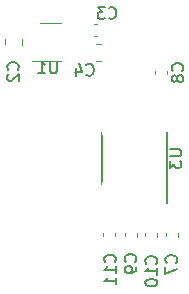
<source format=gbo>
G04 #@! TF.GenerationSoftware,KiCad,Pcbnew,(5.1.2)-1*
G04 #@! TF.CreationDate,2019-11-04T01:50:09+09:00*
G04 #@! TF.ProjectId,IR,49522e6b-6963-4616-945f-706362585858,v1.1*
G04 #@! TF.SameCoordinates,Original*
G04 #@! TF.FileFunction,Legend,Bot*
G04 #@! TF.FilePolarity,Positive*
%FSLAX46Y46*%
G04 Gerber Fmt 4.6, Leading zero omitted, Abs format (unit mm)*
G04 Created by KiCad (PCBNEW (5.1.2)-1) date 2019-11-04 01:50:09*
%MOMM*%
%LPD*%
G04 APERTURE LIST*
%ADD10C,0.120000*%
%ADD11C,0.150000*%
%ADD12C,3.600000*%
%ADD13O,2.200000X1.924000*%
%ADD14C,0.050000*%
%ADD15C,1.375000*%
%ADD16C,1.275000*%
%ADD17R,1.460000X1.050000*%
%ADD18C,1.400000*%
%ADD19R,0.850000X1.900000*%
%ADD20R,2.000000X2.000000*%
%ADD21C,2.000000*%
%ADD22C,4.400000*%
G04 APERTURE END LIST*
D10*
X181990000Y-101958578D02*
X181990000Y-101441422D01*
X183410000Y-101958578D02*
X183410000Y-101441422D01*
X189537221Y-100190000D02*
X189862779Y-100190000D01*
X189537221Y-101210000D02*
X189862779Y-101210000D01*
X189641422Y-103310000D02*
X190158578Y-103310000D01*
X189641422Y-101890000D02*
X190158578Y-101890000D01*
X184900000Y-100090000D02*
X186700000Y-100090000D01*
X186700000Y-103310000D02*
X184250000Y-103310000D01*
X195590000Y-117875221D02*
X195590000Y-118200779D01*
X196610000Y-117875221D02*
X196610000Y-118200779D01*
X195710000Y-104462779D02*
X195710000Y-104137221D01*
X194690000Y-104462779D02*
X194690000Y-104137221D01*
X193110000Y-117849221D02*
X193110000Y-118174779D01*
X192090000Y-117849221D02*
X192090000Y-118174779D01*
X194860000Y-118200779D02*
X194860000Y-117875221D01*
X193840000Y-118200779D02*
X193840000Y-117875221D01*
X190290000Y-118162779D02*
X190290000Y-117837221D01*
X191310000Y-118162779D02*
X191310000Y-117837221D01*
D11*
X190175000Y-113750000D02*
X190175000Y-109350000D01*
X195700000Y-115325000D02*
X195700000Y-109350000D01*
X183057142Y-104033333D02*
X183104761Y-103985714D01*
X183152380Y-103842857D01*
X183152380Y-103747619D01*
X183104761Y-103604761D01*
X183009523Y-103509523D01*
X182914285Y-103461904D01*
X182723809Y-103414285D01*
X182580952Y-103414285D01*
X182390476Y-103461904D01*
X182295238Y-103509523D01*
X182200000Y-103604761D01*
X182152380Y-103747619D01*
X182152380Y-103842857D01*
X182200000Y-103985714D01*
X182247619Y-104033333D01*
X182247619Y-104414285D02*
X182200000Y-104461904D01*
X182152380Y-104557142D01*
X182152380Y-104795238D01*
X182200000Y-104890476D01*
X182247619Y-104938095D01*
X182342857Y-104985714D01*
X182438095Y-104985714D01*
X182580952Y-104938095D01*
X183152380Y-104366666D01*
X183152380Y-104985714D01*
X190766666Y-99657142D02*
X190814285Y-99704761D01*
X190957142Y-99752380D01*
X191052380Y-99752380D01*
X191195238Y-99704761D01*
X191290476Y-99609523D01*
X191338095Y-99514285D01*
X191385714Y-99323809D01*
X191385714Y-99180952D01*
X191338095Y-98990476D01*
X191290476Y-98895238D01*
X191195238Y-98800000D01*
X191052380Y-98752380D01*
X190957142Y-98752380D01*
X190814285Y-98800000D01*
X190766666Y-98847619D01*
X190433333Y-98752380D02*
X189814285Y-98752380D01*
X190147619Y-99133333D01*
X190004761Y-99133333D01*
X189909523Y-99180952D01*
X189861904Y-99228571D01*
X189814285Y-99323809D01*
X189814285Y-99561904D01*
X189861904Y-99657142D01*
X189909523Y-99704761D01*
X190004761Y-99752380D01*
X190290476Y-99752380D01*
X190385714Y-99704761D01*
X190433333Y-99657142D01*
X188866666Y-104457142D02*
X188914285Y-104504761D01*
X189057142Y-104552380D01*
X189152380Y-104552380D01*
X189295238Y-104504761D01*
X189390476Y-104409523D01*
X189438095Y-104314285D01*
X189485714Y-104123809D01*
X189485714Y-103980952D01*
X189438095Y-103790476D01*
X189390476Y-103695238D01*
X189295238Y-103600000D01*
X189152380Y-103552380D01*
X189057142Y-103552380D01*
X188914285Y-103600000D01*
X188866666Y-103647619D01*
X188009523Y-103885714D02*
X188009523Y-104552380D01*
X188247619Y-103504761D02*
X188485714Y-104219047D01*
X187866666Y-104219047D01*
X186361904Y-103352380D02*
X186361904Y-104161904D01*
X186314285Y-104257142D01*
X186266666Y-104304761D01*
X186171428Y-104352380D01*
X185980952Y-104352380D01*
X185885714Y-104304761D01*
X185838095Y-104257142D01*
X185790476Y-104161904D01*
X185790476Y-103352380D01*
X184790476Y-104352380D02*
X185361904Y-104352380D01*
X185076190Y-104352380D02*
X185076190Y-103352380D01*
X185171428Y-103495238D01*
X185266666Y-103590476D01*
X185361904Y-103638095D01*
X196457142Y-120371333D02*
X196504761Y-120323714D01*
X196552380Y-120180857D01*
X196552380Y-120085619D01*
X196504761Y-119942761D01*
X196409523Y-119847523D01*
X196314285Y-119799904D01*
X196123809Y-119752285D01*
X195980952Y-119752285D01*
X195790476Y-119799904D01*
X195695238Y-119847523D01*
X195600000Y-119942761D01*
X195552380Y-120085619D01*
X195552380Y-120180857D01*
X195600000Y-120323714D01*
X195647619Y-120371333D01*
X195552380Y-120704666D02*
X195552380Y-121371333D01*
X196552380Y-120942761D01*
X196987142Y-104133333D02*
X197034761Y-104085714D01*
X197082380Y-103942857D01*
X197082380Y-103847619D01*
X197034761Y-103704761D01*
X196939523Y-103609523D01*
X196844285Y-103561904D01*
X196653809Y-103514285D01*
X196510952Y-103514285D01*
X196320476Y-103561904D01*
X196225238Y-103609523D01*
X196130000Y-103704761D01*
X196082380Y-103847619D01*
X196082380Y-103942857D01*
X196130000Y-104085714D01*
X196177619Y-104133333D01*
X196510952Y-104704761D02*
X196463333Y-104609523D01*
X196415714Y-104561904D01*
X196320476Y-104514285D01*
X196272857Y-104514285D01*
X196177619Y-104561904D01*
X196130000Y-104609523D01*
X196082380Y-104704761D01*
X196082380Y-104895238D01*
X196130000Y-104990476D01*
X196177619Y-105038095D01*
X196272857Y-105085714D01*
X196320476Y-105085714D01*
X196415714Y-105038095D01*
X196463333Y-104990476D01*
X196510952Y-104895238D01*
X196510952Y-104704761D01*
X196558571Y-104609523D01*
X196606190Y-104561904D01*
X196701428Y-104514285D01*
X196891904Y-104514285D01*
X196987142Y-104561904D01*
X197034761Y-104609523D01*
X197082380Y-104704761D01*
X197082380Y-104895238D01*
X197034761Y-104990476D01*
X196987142Y-105038095D01*
X196891904Y-105085714D01*
X196701428Y-105085714D01*
X196606190Y-105038095D01*
X196558571Y-104990476D01*
X196510952Y-104895238D01*
X193007142Y-120295333D02*
X193054761Y-120247714D01*
X193102380Y-120104857D01*
X193102380Y-120009619D01*
X193054761Y-119866761D01*
X192959523Y-119771523D01*
X192864285Y-119723904D01*
X192673809Y-119676285D01*
X192530952Y-119676285D01*
X192340476Y-119723904D01*
X192245238Y-119771523D01*
X192150000Y-119866761D01*
X192102380Y-120009619D01*
X192102380Y-120104857D01*
X192150000Y-120247714D01*
X192197619Y-120295333D01*
X193102380Y-120771523D02*
X193102380Y-120962000D01*
X193054761Y-121057238D01*
X193007142Y-121104857D01*
X192864285Y-121200095D01*
X192673809Y-121247714D01*
X192292857Y-121247714D01*
X192197619Y-121200095D01*
X192150000Y-121152476D01*
X192102380Y-121057238D01*
X192102380Y-120866761D01*
X192150000Y-120771523D01*
X192197619Y-120723904D01*
X192292857Y-120676285D01*
X192530952Y-120676285D01*
X192626190Y-120723904D01*
X192673809Y-120771523D01*
X192721428Y-120866761D01*
X192721428Y-121057238D01*
X192673809Y-121152476D01*
X192626190Y-121200095D01*
X192530952Y-121247714D01*
X194757142Y-120457642D02*
X194804761Y-120410023D01*
X194852380Y-120267166D01*
X194852380Y-120171928D01*
X194804761Y-120029071D01*
X194709523Y-119933833D01*
X194614285Y-119886214D01*
X194423809Y-119838595D01*
X194280952Y-119838595D01*
X194090476Y-119886214D01*
X193995238Y-119933833D01*
X193900000Y-120029071D01*
X193852380Y-120171928D01*
X193852380Y-120267166D01*
X193900000Y-120410023D01*
X193947619Y-120457642D01*
X194852380Y-121410023D02*
X194852380Y-120838595D01*
X194852380Y-121124309D02*
X193852380Y-121124309D01*
X193995238Y-121029071D01*
X194090476Y-120933833D01*
X194138095Y-120838595D01*
X193852380Y-122029071D02*
X193852380Y-122124309D01*
X193900000Y-122219547D01*
X193947619Y-122267166D01*
X194042857Y-122314785D01*
X194233333Y-122362404D01*
X194471428Y-122362404D01*
X194661904Y-122314785D01*
X194757142Y-122267166D01*
X194804761Y-122219547D01*
X194852380Y-122124309D01*
X194852380Y-122029071D01*
X194804761Y-121933833D01*
X194757142Y-121886214D01*
X194661904Y-121838595D01*
X194471428Y-121790976D01*
X194233333Y-121790976D01*
X194042857Y-121838595D01*
X193947619Y-121886214D01*
X193900000Y-121933833D01*
X193852380Y-122029071D01*
X191257142Y-120307142D02*
X191304761Y-120259523D01*
X191352380Y-120116666D01*
X191352380Y-120021428D01*
X191304761Y-119878571D01*
X191209523Y-119783333D01*
X191114285Y-119735714D01*
X190923809Y-119688095D01*
X190780952Y-119688095D01*
X190590476Y-119735714D01*
X190495238Y-119783333D01*
X190400000Y-119878571D01*
X190352380Y-120021428D01*
X190352380Y-120116666D01*
X190400000Y-120259523D01*
X190447619Y-120307142D01*
X191352380Y-121259523D02*
X191352380Y-120688095D01*
X191352380Y-120973809D02*
X190352380Y-120973809D01*
X190495238Y-120878571D01*
X190590476Y-120783333D01*
X190638095Y-120688095D01*
X191352380Y-122211904D02*
X191352380Y-121640476D01*
X191352380Y-121926190D02*
X190352380Y-121926190D01*
X190495238Y-121830952D01*
X190590476Y-121735714D01*
X190638095Y-121640476D01*
X195902380Y-110788095D02*
X196711904Y-110788095D01*
X196807142Y-110835714D01*
X196854761Y-110883333D01*
X196902380Y-110978571D01*
X196902380Y-111169047D01*
X196854761Y-111264285D01*
X196807142Y-111311904D01*
X196711904Y-111359523D01*
X195902380Y-111359523D01*
X195902380Y-111740476D02*
X195902380Y-112359523D01*
X196283333Y-112026190D01*
X196283333Y-112169047D01*
X196330952Y-112264285D01*
X196378571Y-112311904D01*
X196473809Y-112359523D01*
X196711904Y-112359523D01*
X196807142Y-112311904D01*
X196854761Y-112264285D01*
X196902380Y-112169047D01*
X196902380Y-111883333D01*
X196854761Y-111788095D01*
X196807142Y-111740476D01*
%LPC*%
D12*
X179900000Y-124000000D03*
X179900000Y-96700000D03*
D13*
X185200000Y-114000000D03*
X185200000Y-112000000D03*
X185200000Y-110000000D03*
X185200000Y-108000000D03*
D14*
G36*
X183289943Y-100076655D02*
G01*
X183323312Y-100081605D01*
X183356035Y-100089802D01*
X183387797Y-100101166D01*
X183418293Y-100115590D01*
X183447227Y-100132932D01*
X183474323Y-100153028D01*
X183499318Y-100175682D01*
X183521972Y-100200677D01*
X183542068Y-100227773D01*
X183559410Y-100256707D01*
X183573834Y-100287203D01*
X183585198Y-100318965D01*
X183593395Y-100351688D01*
X183598345Y-100385057D01*
X183600000Y-100418750D01*
X183600000Y-101106250D01*
X183598345Y-101139943D01*
X183593395Y-101173312D01*
X183585198Y-101206035D01*
X183573834Y-101237797D01*
X183559410Y-101268293D01*
X183542068Y-101297227D01*
X183521972Y-101324323D01*
X183499318Y-101349318D01*
X183474323Y-101371972D01*
X183447227Y-101392068D01*
X183418293Y-101409410D01*
X183387797Y-101423834D01*
X183356035Y-101435198D01*
X183323312Y-101443395D01*
X183289943Y-101448345D01*
X183256250Y-101450000D01*
X182143750Y-101450000D01*
X182110057Y-101448345D01*
X182076688Y-101443395D01*
X182043965Y-101435198D01*
X182012203Y-101423834D01*
X181981707Y-101409410D01*
X181952773Y-101392068D01*
X181925677Y-101371972D01*
X181900682Y-101349318D01*
X181878028Y-101324323D01*
X181857932Y-101297227D01*
X181840590Y-101268293D01*
X181826166Y-101237797D01*
X181814802Y-101206035D01*
X181806605Y-101173312D01*
X181801655Y-101139943D01*
X181800000Y-101106250D01*
X181800000Y-100418750D01*
X181801655Y-100385057D01*
X181806605Y-100351688D01*
X181814802Y-100318965D01*
X181826166Y-100287203D01*
X181840590Y-100256707D01*
X181857932Y-100227773D01*
X181878028Y-100200677D01*
X181900682Y-100175682D01*
X181925677Y-100153028D01*
X181952773Y-100132932D01*
X181981707Y-100115590D01*
X182012203Y-100101166D01*
X182043965Y-100089802D01*
X182076688Y-100081605D01*
X182110057Y-100076655D01*
X182143750Y-100075000D01*
X183256250Y-100075000D01*
X183289943Y-100076655D01*
X183289943Y-100076655D01*
G37*
D15*
X182700000Y-100762500D03*
D14*
G36*
X183289943Y-101951655D02*
G01*
X183323312Y-101956605D01*
X183356035Y-101964802D01*
X183387797Y-101976166D01*
X183418293Y-101990590D01*
X183447227Y-102007932D01*
X183474323Y-102028028D01*
X183499318Y-102050682D01*
X183521972Y-102075677D01*
X183542068Y-102102773D01*
X183559410Y-102131707D01*
X183573834Y-102162203D01*
X183585198Y-102193965D01*
X183593395Y-102226688D01*
X183598345Y-102260057D01*
X183600000Y-102293750D01*
X183600000Y-102981250D01*
X183598345Y-103014943D01*
X183593395Y-103048312D01*
X183585198Y-103081035D01*
X183573834Y-103112797D01*
X183559410Y-103143293D01*
X183542068Y-103172227D01*
X183521972Y-103199323D01*
X183499318Y-103224318D01*
X183474323Y-103246972D01*
X183447227Y-103267068D01*
X183418293Y-103284410D01*
X183387797Y-103298834D01*
X183356035Y-103310198D01*
X183323312Y-103318395D01*
X183289943Y-103323345D01*
X183256250Y-103325000D01*
X182143750Y-103325000D01*
X182110057Y-103323345D01*
X182076688Y-103318395D01*
X182043965Y-103310198D01*
X182012203Y-103298834D01*
X181981707Y-103284410D01*
X181952773Y-103267068D01*
X181925677Y-103246972D01*
X181900682Y-103224318D01*
X181878028Y-103199323D01*
X181857932Y-103172227D01*
X181840590Y-103143293D01*
X181826166Y-103112797D01*
X181814802Y-103081035D01*
X181806605Y-103048312D01*
X181801655Y-103014943D01*
X181800000Y-102981250D01*
X181800000Y-102293750D01*
X181801655Y-102260057D01*
X181806605Y-102226688D01*
X181814802Y-102193965D01*
X181826166Y-102162203D01*
X181840590Y-102131707D01*
X181857932Y-102102773D01*
X181878028Y-102075677D01*
X181900682Y-102050682D01*
X181925677Y-102028028D01*
X181952773Y-102007932D01*
X181981707Y-101990590D01*
X182012203Y-101976166D01*
X182043965Y-101964802D01*
X182076688Y-101956605D01*
X182110057Y-101951655D01*
X182143750Y-101950000D01*
X183256250Y-101950000D01*
X183289943Y-101951655D01*
X183289943Y-101951655D01*
G37*
D15*
X182700000Y-102637500D03*
D14*
G36*
X190837493Y-100026535D02*
G01*
X190868435Y-100031125D01*
X190898778Y-100038725D01*
X190928230Y-100049263D01*
X190956508Y-100062638D01*
X190983338Y-100078719D01*
X191008463Y-100097353D01*
X191031640Y-100118360D01*
X191052647Y-100141537D01*
X191071281Y-100166662D01*
X191087362Y-100193492D01*
X191100737Y-100221770D01*
X191111275Y-100251222D01*
X191118875Y-100281565D01*
X191123465Y-100312507D01*
X191125000Y-100343750D01*
X191125000Y-101056250D01*
X191123465Y-101087493D01*
X191118875Y-101118435D01*
X191111275Y-101148778D01*
X191100737Y-101178230D01*
X191087362Y-101206508D01*
X191071281Y-101233338D01*
X191052647Y-101258463D01*
X191031640Y-101281640D01*
X191008463Y-101302647D01*
X190983338Y-101321281D01*
X190956508Y-101337362D01*
X190928230Y-101350737D01*
X190898778Y-101361275D01*
X190868435Y-101368875D01*
X190837493Y-101373465D01*
X190806250Y-101375000D01*
X190168750Y-101375000D01*
X190137507Y-101373465D01*
X190106565Y-101368875D01*
X190076222Y-101361275D01*
X190046770Y-101350737D01*
X190018492Y-101337362D01*
X189991662Y-101321281D01*
X189966537Y-101302647D01*
X189943360Y-101281640D01*
X189922353Y-101258463D01*
X189903719Y-101233338D01*
X189887638Y-101206508D01*
X189874263Y-101178230D01*
X189863725Y-101148778D01*
X189856125Y-101118435D01*
X189851535Y-101087493D01*
X189850000Y-101056250D01*
X189850000Y-100343750D01*
X189851535Y-100312507D01*
X189856125Y-100281565D01*
X189863725Y-100251222D01*
X189874263Y-100221770D01*
X189887638Y-100193492D01*
X189903719Y-100166662D01*
X189922353Y-100141537D01*
X189943360Y-100118360D01*
X189966537Y-100097353D01*
X189991662Y-100078719D01*
X190018492Y-100062638D01*
X190046770Y-100049263D01*
X190076222Y-100038725D01*
X190106565Y-100031125D01*
X190137507Y-100026535D01*
X190168750Y-100025000D01*
X190806250Y-100025000D01*
X190837493Y-100026535D01*
X190837493Y-100026535D01*
G37*
D16*
X190487500Y-100700000D03*
D14*
G36*
X189262493Y-100026535D02*
G01*
X189293435Y-100031125D01*
X189323778Y-100038725D01*
X189353230Y-100049263D01*
X189381508Y-100062638D01*
X189408338Y-100078719D01*
X189433463Y-100097353D01*
X189456640Y-100118360D01*
X189477647Y-100141537D01*
X189496281Y-100166662D01*
X189512362Y-100193492D01*
X189525737Y-100221770D01*
X189536275Y-100251222D01*
X189543875Y-100281565D01*
X189548465Y-100312507D01*
X189550000Y-100343750D01*
X189550000Y-101056250D01*
X189548465Y-101087493D01*
X189543875Y-101118435D01*
X189536275Y-101148778D01*
X189525737Y-101178230D01*
X189512362Y-101206508D01*
X189496281Y-101233338D01*
X189477647Y-101258463D01*
X189456640Y-101281640D01*
X189433463Y-101302647D01*
X189408338Y-101321281D01*
X189381508Y-101337362D01*
X189353230Y-101350737D01*
X189323778Y-101361275D01*
X189293435Y-101368875D01*
X189262493Y-101373465D01*
X189231250Y-101375000D01*
X188593750Y-101375000D01*
X188562507Y-101373465D01*
X188531565Y-101368875D01*
X188501222Y-101361275D01*
X188471770Y-101350737D01*
X188443492Y-101337362D01*
X188416662Y-101321281D01*
X188391537Y-101302647D01*
X188368360Y-101281640D01*
X188347353Y-101258463D01*
X188328719Y-101233338D01*
X188312638Y-101206508D01*
X188299263Y-101178230D01*
X188288725Y-101148778D01*
X188281125Y-101118435D01*
X188276535Y-101087493D01*
X188275000Y-101056250D01*
X188275000Y-100343750D01*
X188276535Y-100312507D01*
X188281125Y-100281565D01*
X188288725Y-100251222D01*
X188299263Y-100221770D01*
X188312638Y-100193492D01*
X188328719Y-100166662D01*
X188347353Y-100141537D01*
X188368360Y-100118360D01*
X188391537Y-100097353D01*
X188416662Y-100078719D01*
X188443492Y-100062638D01*
X188471770Y-100049263D01*
X188501222Y-100038725D01*
X188531565Y-100031125D01*
X188562507Y-100026535D01*
X188593750Y-100025000D01*
X189231250Y-100025000D01*
X189262493Y-100026535D01*
X189262493Y-100026535D01*
G37*
D16*
X188912500Y-100700000D03*
D14*
G36*
X189339943Y-101701655D02*
G01*
X189373312Y-101706605D01*
X189406035Y-101714802D01*
X189437797Y-101726166D01*
X189468293Y-101740590D01*
X189497227Y-101757932D01*
X189524323Y-101778028D01*
X189549318Y-101800682D01*
X189571972Y-101825677D01*
X189592068Y-101852773D01*
X189609410Y-101881707D01*
X189623834Y-101912203D01*
X189635198Y-101943965D01*
X189643395Y-101976688D01*
X189648345Y-102010057D01*
X189650000Y-102043750D01*
X189650000Y-103156250D01*
X189648345Y-103189943D01*
X189643395Y-103223312D01*
X189635198Y-103256035D01*
X189623834Y-103287797D01*
X189609410Y-103318293D01*
X189592068Y-103347227D01*
X189571972Y-103374323D01*
X189549318Y-103399318D01*
X189524323Y-103421972D01*
X189497227Y-103442068D01*
X189468293Y-103459410D01*
X189437797Y-103473834D01*
X189406035Y-103485198D01*
X189373312Y-103493395D01*
X189339943Y-103498345D01*
X189306250Y-103500000D01*
X188618750Y-103500000D01*
X188585057Y-103498345D01*
X188551688Y-103493395D01*
X188518965Y-103485198D01*
X188487203Y-103473834D01*
X188456707Y-103459410D01*
X188427773Y-103442068D01*
X188400677Y-103421972D01*
X188375682Y-103399318D01*
X188353028Y-103374323D01*
X188332932Y-103347227D01*
X188315590Y-103318293D01*
X188301166Y-103287797D01*
X188289802Y-103256035D01*
X188281605Y-103223312D01*
X188276655Y-103189943D01*
X188275000Y-103156250D01*
X188275000Y-102043750D01*
X188276655Y-102010057D01*
X188281605Y-101976688D01*
X188289802Y-101943965D01*
X188301166Y-101912203D01*
X188315590Y-101881707D01*
X188332932Y-101852773D01*
X188353028Y-101825677D01*
X188375682Y-101800682D01*
X188400677Y-101778028D01*
X188427773Y-101757932D01*
X188456707Y-101740590D01*
X188487203Y-101726166D01*
X188518965Y-101714802D01*
X188551688Y-101706605D01*
X188585057Y-101701655D01*
X188618750Y-101700000D01*
X189306250Y-101700000D01*
X189339943Y-101701655D01*
X189339943Y-101701655D01*
G37*
D15*
X188962500Y-102600000D03*
D14*
G36*
X191214943Y-101701655D02*
G01*
X191248312Y-101706605D01*
X191281035Y-101714802D01*
X191312797Y-101726166D01*
X191343293Y-101740590D01*
X191372227Y-101757932D01*
X191399323Y-101778028D01*
X191424318Y-101800682D01*
X191446972Y-101825677D01*
X191467068Y-101852773D01*
X191484410Y-101881707D01*
X191498834Y-101912203D01*
X191510198Y-101943965D01*
X191518395Y-101976688D01*
X191523345Y-102010057D01*
X191525000Y-102043750D01*
X191525000Y-103156250D01*
X191523345Y-103189943D01*
X191518395Y-103223312D01*
X191510198Y-103256035D01*
X191498834Y-103287797D01*
X191484410Y-103318293D01*
X191467068Y-103347227D01*
X191446972Y-103374323D01*
X191424318Y-103399318D01*
X191399323Y-103421972D01*
X191372227Y-103442068D01*
X191343293Y-103459410D01*
X191312797Y-103473834D01*
X191281035Y-103485198D01*
X191248312Y-103493395D01*
X191214943Y-103498345D01*
X191181250Y-103500000D01*
X190493750Y-103500000D01*
X190460057Y-103498345D01*
X190426688Y-103493395D01*
X190393965Y-103485198D01*
X190362203Y-103473834D01*
X190331707Y-103459410D01*
X190302773Y-103442068D01*
X190275677Y-103421972D01*
X190250682Y-103399318D01*
X190228028Y-103374323D01*
X190207932Y-103347227D01*
X190190590Y-103318293D01*
X190176166Y-103287797D01*
X190164802Y-103256035D01*
X190156605Y-103223312D01*
X190151655Y-103189943D01*
X190150000Y-103156250D01*
X190150000Y-102043750D01*
X190151655Y-102010057D01*
X190156605Y-101976688D01*
X190164802Y-101943965D01*
X190176166Y-101912203D01*
X190190590Y-101881707D01*
X190207932Y-101852773D01*
X190228028Y-101825677D01*
X190250682Y-101800682D01*
X190275677Y-101778028D01*
X190302773Y-101757932D01*
X190331707Y-101740590D01*
X190362203Y-101726166D01*
X190393965Y-101714802D01*
X190426688Y-101706605D01*
X190460057Y-101701655D01*
X190493750Y-101700000D01*
X191181250Y-101700000D01*
X191214943Y-101701655D01*
X191214943Y-101701655D01*
G37*
D15*
X190837500Y-102600000D03*
D17*
X184700000Y-102650000D03*
X184700000Y-101700000D03*
X184700000Y-100750000D03*
X186900000Y-100750000D03*
X186900000Y-102650000D03*
D18*
X196700000Y-125200000D03*
D14*
G36*
X196487493Y-116614535D02*
G01*
X196518435Y-116619125D01*
X196548778Y-116626725D01*
X196578230Y-116637263D01*
X196606508Y-116650638D01*
X196633338Y-116666719D01*
X196658463Y-116685353D01*
X196681640Y-116706360D01*
X196702647Y-116729537D01*
X196721281Y-116754662D01*
X196737362Y-116781492D01*
X196750737Y-116809770D01*
X196761275Y-116839222D01*
X196768875Y-116869565D01*
X196773465Y-116900507D01*
X196775000Y-116931750D01*
X196775000Y-117569250D01*
X196773465Y-117600493D01*
X196768875Y-117631435D01*
X196761275Y-117661778D01*
X196750737Y-117691230D01*
X196737362Y-117719508D01*
X196721281Y-117746338D01*
X196702647Y-117771463D01*
X196681640Y-117794640D01*
X196658463Y-117815647D01*
X196633338Y-117834281D01*
X196606508Y-117850362D01*
X196578230Y-117863737D01*
X196548778Y-117874275D01*
X196518435Y-117881875D01*
X196487493Y-117886465D01*
X196456250Y-117888000D01*
X195743750Y-117888000D01*
X195712507Y-117886465D01*
X195681565Y-117881875D01*
X195651222Y-117874275D01*
X195621770Y-117863737D01*
X195593492Y-117850362D01*
X195566662Y-117834281D01*
X195541537Y-117815647D01*
X195518360Y-117794640D01*
X195497353Y-117771463D01*
X195478719Y-117746338D01*
X195462638Y-117719508D01*
X195449263Y-117691230D01*
X195438725Y-117661778D01*
X195431125Y-117631435D01*
X195426535Y-117600493D01*
X195425000Y-117569250D01*
X195425000Y-116931750D01*
X195426535Y-116900507D01*
X195431125Y-116869565D01*
X195438725Y-116839222D01*
X195449263Y-116809770D01*
X195462638Y-116781492D01*
X195478719Y-116754662D01*
X195497353Y-116729537D01*
X195518360Y-116706360D01*
X195541537Y-116685353D01*
X195566662Y-116666719D01*
X195593492Y-116650638D01*
X195621770Y-116637263D01*
X195651222Y-116626725D01*
X195681565Y-116619125D01*
X195712507Y-116614535D01*
X195743750Y-116613000D01*
X196456250Y-116613000D01*
X196487493Y-116614535D01*
X196487493Y-116614535D01*
G37*
D16*
X196100000Y-117250500D03*
D14*
G36*
X196487493Y-118189535D02*
G01*
X196518435Y-118194125D01*
X196548778Y-118201725D01*
X196578230Y-118212263D01*
X196606508Y-118225638D01*
X196633338Y-118241719D01*
X196658463Y-118260353D01*
X196681640Y-118281360D01*
X196702647Y-118304537D01*
X196721281Y-118329662D01*
X196737362Y-118356492D01*
X196750737Y-118384770D01*
X196761275Y-118414222D01*
X196768875Y-118444565D01*
X196773465Y-118475507D01*
X196775000Y-118506750D01*
X196775000Y-119144250D01*
X196773465Y-119175493D01*
X196768875Y-119206435D01*
X196761275Y-119236778D01*
X196750737Y-119266230D01*
X196737362Y-119294508D01*
X196721281Y-119321338D01*
X196702647Y-119346463D01*
X196681640Y-119369640D01*
X196658463Y-119390647D01*
X196633338Y-119409281D01*
X196606508Y-119425362D01*
X196578230Y-119438737D01*
X196548778Y-119449275D01*
X196518435Y-119456875D01*
X196487493Y-119461465D01*
X196456250Y-119463000D01*
X195743750Y-119463000D01*
X195712507Y-119461465D01*
X195681565Y-119456875D01*
X195651222Y-119449275D01*
X195621770Y-119438737D01*
X195593492Y-119425362D01*
X195566662Y-119409281D01*
X195541537Y-119390647D01*
X195518360Y-119369640D01*
X195497353Y-119346463D01*
X195478719Y-119321338D01*
X195462638Y-119294508D01*
X195449263Y-119266230D01*
X195438725Y-119236778D01*
X195431125Y-119206435D01*
X195426535Y-119175493D01*
X195425000Y-119144250D01*
X195425000Y-118506750D01*
X195426535Y-118475507D01*
X195431125Y-118444565D01*
X195438725Y-118414222D01*
X195449263Y-118384770D01*
X195462638Y-118356492D01*
X195478719Y-118329662D01*
X195497353Y-118304537D01*
X195518360Y-118281360D01*
X195541537Y-118260353D01*
X195566662Y-118241719D01*
X195593492Y-118225638D01*
X195621770Y-118212263D01*
X195651222Y-118201725D01*
X195681565Y-118194125D01*
X195712507Y-118189535D01*
X195743750Y-118188000D01*
X196456250Y-118188000D01*
X196487493Y-118189535D01*
X196487493Y-118189535D01*
G37*
D16*
X196100000Y-118825500D03*
D14*
G36*
X195587493Y-104451535D02*
G01*
X195618435Y-104456125D01*
X195648778Y-104463725D01*
X195678230Y-104474263D01*
X195706508Y-104487638D01*
X195733338Y-104503719D01*
X195758463Y-104522353D01*
X195781640Y-104543360D01*
X195802647Y-104566537D01*
X195821281Y-104591662D01*
X195837362Y-104618492D01*
X195850737Y-104646770D01*
X195861275Y-104676222D01*
X195868875Y-104706565D01*
X195873465Y-104737507D01*
X195875000Y-104768750D01*
X195875000Y-105406250D01*
X195873465Y-105437493D01*
X195868875Y-105468435D01*
X195861275Y-105498778D01*
X195850737Y-105528230D01*
X195837362Y-105556508D01*
X195821281Y-105583338D01*
X195802647Y-105608463D01*
X195781640Y-105631640D01*
X195758463Y-105652647D01*
X195733338Y-105671281D01*
X195706508Y-105687362D01*
X195678230Y-105700737D01*
X195648778Y-105711275D01*
X195618435Y-105718875D01*
X195587493Y-105723465D01*
X195556250Y-105725000D01*
X194843750Y-105725000D01*
X194812507Y-105723465D01*
X194781565Y-105718875D01*
X194751222Y-105711275D01*
X194721770Y-105700737D01*
X194693492Y-105687362D01*
X194666662Y-105671281D01*
X194641537Y-105652647D01*
X194618360Y-105631640D01*
X194597353Y-105608463D01*
X194578719Y-105583338D01*
X194562638Y-105556508D01*
X194549263Y-105528230D01*
X194538725Y-105498778D01*
X194531125Y-105468435D01*
X194526535Y-105437493D01*
X194525000Y-105406250D01*
X194525000Y-104768750D01*
X194526535Y-104737507D01*
X194531125Y-104706565D01*
X194538725Y-104676222D01*
X194549263Y-104646770D01*
X194562638Y-104618492D01*
X194578719Y-104591662D01*
X194597353Y-104566537D01*
X194618360Y-104543360D01*
X194641537Y-104522353D01*
X194666662Y-104503719D01*
X194693492Y-104487638D01*
X194721770Y-104474263D01*
X194751222Y-104463725D01*
X194781565Y-104456125D01*
X194812507Y-104451535D01*
X194843750Y-104450000D01*
X195556250Y-104450000D01*
X195587493Y-104451535D01*
X195587493Y-104451535D01*
G37*
D16*
X195200000Y-105087500D03*
D14*
G36*
X195587493Y-102876535D02*
G01*
X195618435Y-102881125D01*
X195648778Y-102888725D01*
X195678230Y-102899263D01*
X195706508Y-102912638D01*
X195733338Y-102928719D01*
X195758463Y-102947353D01*
X195781640Y-102968360D01*
X195802647Y-102991537D01*
X195821281Y-103016662D01*
X195837362Y-103043492D01*
X195850737Y-103071770D01*
X195861275Y-103101222D01*
X195868875Y-103131565D01*
X195873465Y-103162507D01*
X195875000Y-103193750D01*
X195875000Y-103831250D01*
X195873465Y-103862493D01*
X195868875Y-103893435D01*
X195861275Y-103923778D01*
X195850737Y-103953230D01*
X195837362Y-103981508D01*
X195821281Y-104008338D01*
X195802647Y-104033463D01*
X195781640Y-104056640D01*
X195758463Y-104077647D01*
X195733338Y-104096281D01*
X195706508Y-104112362D01*
X195678230Y-104125737D01*
X195648778Y-104136275D01*
X195618435Y-104143875D01*
X195587493Y-104148465D01*
X195556250Y-104150000D01*
X194843750Y-104150000D01*
X194812507Y-104148465D01*
X194781565Y-104143875D01*
X194751222Y-104136275D01*
X194721770Y-104125737D01*
X194693492Y-104112362D01*
X194666662Y-104096281D01*
X194641537Y-104077647D01*
X194618360Y-104056640D01*
X194597353Y-104033463D01*
X194578719Y-104008338D01*
X194562638Y-103981508D01*
X194549263Y-103953230D01*
X194538725Y-103923778D01*
X194531125Y-103893435D01*
X194526535Y-103862493D01*
X194525000Y-103831250D01*
X194525000Y-103193750D01*
X194526535Y-103162507D01*
X194531125Y-103131565D01*
X194538725Y-103101222D01*
X194549263Y-103071770D01*
X194562638Y-103043492D01*
X194578719Y-103016662D01*
X194597353Y-102991537D01*
X194618360Y-102968360D01*
X194641537Y-102947353D01*
X194666662Y-102928719D01*
X194693492Y-102912638D01*
X194721770Y-102899263D01*
X194751222Y-102888725D01*
X194781565Y-102881125D01*
X194812507Y-102876535D01*
X194843750Y-102875000D01*
X195556250Y-102875000D01*
X195587493Y-102876535D01*
X195587493Y-102876535D01*
G37*
D16*
X195200000Y-103512500D03*
D14*
G36*
X192987493Y-118163535D02*
G01*
X193018435Y-118168125D01*
X193048778Y-118175725D01*
X193078230Y-118186263D01*
X193106508Y-118199638D01*
X193133338Y-118215719D01*
X193158463Y-118234353D01*
X193181640Y-118255360D01*
X193202647Y-118278537D01*
X193221281Y-118303662D01*
X193237362Y-118330492D01*
X193250737Y-118358770D01*
X193261275Y-118388222D01*
X193268875Y-118418565D01*
X193273465Y-118449507D01*
X193275000Y-118480750D01*
X193275000Y-119118250D01*
X193273465Y-119149493D01*
X193268875Y-119180435D01*
X193261275Y-119210778D01*
X193250737Y-119240230D01*
X193237362Y-119268508D01*
X193221281Y-119295338D01*
X193202647Y-119320463D01*
X193181640Y-119343640D01*
X193158463Y-119364647D01*
X193133338Y-119383281D01*
X193106508Y-119399362D01*
X193078230Y-119412737D01*
X193048778Y-119423275D01*
X193018435Y-119430875D01*
X192987493Y-119435465D01*
X192956250Y-119437000D01*
X192243750Y-119437000D01*
X192212507Y-119435465D01*
X192181565Y-119430875D01*
X192151222Y-119423275D01*
X192121770Y-119412737D01*
X192093492Y-119399362D01*
X192066662Y-119383281D01*
X192041537Y-119364647D01*
X192018360Y-119343640D01*
X191997353Y-119320463D01*
X191978719Y-119295338D01*
X191962638Y-119268508D01*
X191949263Y-119240230D01*
X191938725Y-119210778D01*
X191931125Y-119180435D01*
X191926535Y-119149493D01*
X191925000Y-119118250D01*
X191925000Y-118480750D01*
X191926535Y-118449507D01*
X191931125Y-118418565D01*
X191938725Y-118388222D01*
X191949263Y-118358770D01*
X191962638Y-118330492D01*
X191978719Y-118303662D01*
X191997353Y-118278537D01*
X192018360Y-118255360D01*
X192041537Y-118234353D01*
X192066662Y-118215719D01*
X192093492Y-118199638D01*
X192121770Y-118186263D01*
X192151222Y-118175725D01*
X192181565Y-118168125D01*
X192212507Y-118163535D01*
X192243750Y-118162000D01*
X192956250Y-118162000D01*
X192987493Y-118163535D01*
X192987493Y-118163535D01*
G37*
D16*
X192600000Y-118799500D03*
D14*
G36*
X192987493Y-116588535D02*
G01*
X193018435Y-116593125D01*
X193048778Y-116600725D01*
X193078230Y-116611263D01*
X193106508Y-116624638D01*
X193133338Y-116640719D01*
X193158463Y-116659353D01*
X193181640Y-116680360D01*
X193202647Y-116703537D01*
X193221281Y-116728662D01*
X193237362Y-116755492D01*
X193250737Y-116783770D01*
X193261275Y-116813222D01*
X193268875Y-116843565D01*
X193273465Y-116874507D01*
X193275000Y-116905750D01*
X193275000Y-117543250D01*
X193273465Y-117574493D01*
X193268875Y-117605435D01*
X193261275Y-117635778D01*
X193250737Y-117665230D01*
X193237362Y-117693508D01*
X193221281Y-117720338D01*
X193202647Y-117745463D01*
X193181640Y-117768640D01*
X193158463Y-117789647D01*
X193133338Y-117808281D01*
X193106508Y-117824362D01*
X193078230Y-117837737D01*
X193048778Y-117848275D01*
X193018435Y-117855875D01*
X192987493Y-117860465D01*
X192956250Y-117862000D01*
X192243750Y-117862000D01*
X192212507Y-117860465D01*
X192181565Y-117855875D01*
X192151222Y-117848275D01*
X192121770Y-117837737D01*
X192093492Y-117824362D01*
X192066662Y-117808281D01*
X192041537Y-117789647D01*
X192018360Y-117768640D01*
X191997353Y-117745463D01*
X191978719Y-117720338D01*
X191962638Y-117693508D01*
X191949263Y-117665230D01*
X191938725Y-117635778D01*
X191931125Y-117605435D01*
X191926535Y-117574493D01*
X191925000Y-117543250D01*
X191925000Y-116905750D01*
X191926535Y-116874507D01*
X191931125Y-116843565D01*
X191938725Y-116813222D01*
X191949263Y-116783770D01*
X191962638Y-116755492D01*
X191978719Y-116728662D01*
X191997353Y-116703537D01*
X192018360Y-116680360D01*
X192041537Y-116659353D01*
X192066662Y-116640719D01*
X192093492Y-116624638D01*
X192121770Y-116611263D01*
X192151222Y-116600725D01*
X192181565Y-116593125D01*
X192212507Y-116588535D01*
X192243750Y-116587000D01*
X192956250Y-116587000D01*
X192987493Y-116588535D01*
X192987493Y-116588535D01*
G37*
D16*
X192600000Y-117224500D03*
D14*
G36*
X194737493Y-118189535D02*
G01*
X194768435Y-118194125D01*
X194798778Y-118201725D01*
X194828230Y-118212263D01*
X194856508Y-118225638D01*
X194883338Y-118241719D01*
X194908463Y-118260353D01*
X194931640Y-118281360D01*
X194952647Y-118304537D01*
X194971281Y-118329662D01*
X194987362Y-118356492D01*
X195000737Y-118384770D01*
X195011275Y-118414222D01*
X195018875Y-118444565D01*
X195023465Y-118475507D01*
X195025000Y-118506750D01*
X195025000Y-119144250D01*
X195023465Y-119175493D01*
X195018875Y-119206435D01*
X195011275Y-119236778D01*
X195000737Y-119266230D01*
X194987362Y-119294508D01*
X194971281Y-119321338D01*
X194952647Y-119346463D01*
X194931640Y-119369640D01*
X194908463Y-119390647D01*
X194883338Y-119409281D01*
X194856508Y-119425362D01*
X194828230Y-119438737D01*
X194798778Y-119449275D01*
X194768435Y-119456875D01*
X194737493Y-119461465D01*
X194706250Y-119463000D01*
X193993750Y-119463000D01*
X193962507Y-119461465D01*
X193931565Y-119456875D01*
X193901222Y-119449275D01*
X193871770Y-119438737D01*
X193843492Y-119425362D01*
X193816662Y-119409281D01*
X193791537Y-119390647D01*
X193768360Y-119369640D01*
X193747353Y-119346463D01*
X193728719Y-119321338D01*
X193712638Y-119294508D01*
X193699263Y-119266230D01*
X193688725Y-119236778D01*
X193681125Y-119206435D01*
X193676535Y-119175493D01*
X193675000Y-119144250D01*
X193675000Y-118506750D01*
X193676535Y-118475507D01*
X193681125Y-118444565D01*
X193688725Y-118414222D01*
X193699263Y-118384770D01*
X193712638Y-118356492D01*
X193728719Y-118329662D01*
X193747353Y-118304537D01*
X193768360Y-118281360D01*
X193791537Y-118260353D01*
X193816662Y-118241719D01*
X193843492Y-118225638D01*
X193871770Y-118212263D01*
X193901222Y-118201725D01*
X193931565Y-118194125D01*
X193962507Y-118189535D01*
X193993750Y-118188000D01*
X194706250Y-118188000D01*
X194737493Y-118189535D01*
X194737493Y-118189535D01*
G37*
D16*
X194350000Y-118825500D03*
D14*
G36*
X194737493Y-116614535D02*
G01*
X194768435Y-116619125D01*
X194798778Y-116626725D01*
X194828230Y-116637263D01*
X194856508Y-116650638D01*
X194883338Y-116666719D01*
X194908463Y-116685353D01*
X194931640Y-116706360D01*
X194952647Y-116729537D01*
X194971281Y-116754662D01*
X194987362Y-116781492D01*
X195000737Y-116809770D01*
X195011275Y-116839222D01*
X195018875Y-116869565D01*
X195023465Y-116900507D01*
X195025000Y-116931750D01*
X195025000Y-117569250D01*
X195023465Y-117600493D01*
X195018875Y-117631435D01*
X195011275Y-117661778D01*
X195000737Y-117691230D01*
X194987362Y-117719508D01*
X194971281Y-117746338D01*
X194952647Y-117771463D01*
X194931640Y-117794640D01*
X194908463Y-117815647D01*
X194883338Y-117834281D01*
X194856508Y-117850362D01*
X194828230Y-117863737D01*
X194798778Y-117874275D01*
X194768435Y-117881875D01*
X194737493Y-117886465D01*
X194706250Y-117888000D01*
X193993750Y-117888000D01*
X193962507Y-117886465D01*
X193931565Y-117881875D01*
X193901222Y-117874275D01*
X193871770Y-117863737D01*
X193843492Y-117850362D01*
X193816662Y-117834281D01*
X193791537Y-117815647D01*
X193768360Y-117794640D01*
X193747353Y-117771463D01*
X193728719Y-117746338D01*
X193712638Y-117719508D01*
X193699263Y-117691230D01*
X193688725Y-117661778D01*
X193681125Y-117631435D01*
X193676535Y-117600493D01*
X193675000Y-117569250D01*
X193675000Y-116931750D01*
X193676535Y-116900507D01*
X193681125Y-116869565D01*
X193688725Y-116839222D01*
X193699263Y-116809770D01*
X193712638Y-116781492D01*
X193728719Y-116754662D01*
X193747353Y-116729537D01*
X193768360Y-116706360D01*
X193791537Y-116685353D01*
X193816662Y-116666719D01*
X193843492Y-116650638D01*
X193871770Y-116637263D01*
X193901222Y-116626725D01*
X193931565Y-116619125D01*
X193962507Y-116614535D01*
X193993750Y-116613000D01*
X194706250Y-116613000D01*
X194737493Y-116614535D01*
X194737493Y-116614535D01*
G37*
D16*
X194350000Y-117250500D03*
D14*
G36*
X191187493Y-116576535D02*
G01*
X191218435Y-116581125D01*
X191248778Y-116588725D01*
X191278230Y-116599263D01*
X191306508Y-116612638D01*
X191333338Y-116628719D01*
X191358463Y-116647353D01*
X191381640Y-116668360D01*
X191402647Y-116691537D01*
X191421281Y-116716662D01*
X191437362Y-116743492D01*
X191450737Y-116771770D01*
X191461275Y-116801222D01*
X191468875Y-116831565D01*
X191473465Y-116862507D01*
X191475000Y-116893750D01*
X191475000Y-117531250D01*
X191473465Y-117562493D01*
X191468875Y-117593435D01*
X191461275Y-117623778D01*
X191450737Y-117653230D01*
X191437362Y-117681508D01*
X191421281Y-117708338D01*
X191402647Y-117733463D01*
X191381640Y-117756640D01*
X191358463Y-117777647D01*
X191333338Y-117796281D01*
X191306508Y-117812362D01*
X191278230Y-117825737D01*
X191248778Y-117836275D01*
X191218435Y-117843875D01*
X191187493Y-117848465D01*
X191156250Y-117850000D01*
X190443750Y-117850000D01*
X190412507Y-117848465D01*
X190381565Y-117843875D01*
X190351222Y-117836275D01*
X190321770Y-117825737D01*
X190293492Y-117812362D01*
X190266662Y-117796281D01*
X190241537Y-117777647D01*
X190218360Y-117756640D01*
X190197353Y-117733463D01*
X190178719Y-117708338D01*
X190162638Y-117681508D01*
X190149263Y-117653230D01*
X190138725Y-117623778D01*
X190131125Y-117593435D01*
X190126535Y-117562493D01*
X190125000Y-117531250D01*
X190125000Y-116893750D01*
X190126535Y-116862507D01*
X190131125Y-116831565D01*
X190138725Y-116801222D01*
X190149263Y-116771770D01*
X190162638Y-116743492D01*
X190178719Y-116716662D01*
X190197353Y-116691537D01*
X190218360Y-116668360D01*
X190241537Y-116647353D01*
X190266662Y-116628719D01*
X190293492Y-116612638D01*
X190321770Y-116599263D01*
X190351222Y-116588725D01*
X190381565Y-116581125D01*
X190412507Y-116576535D01*
X190443750Y-116575000D01*
X191156250Y-116575000D01*
X191187493Y-116576535D01*
X191187493Y-116576535D01*
G37*
D16*
X190800000Y-117212500D03*
D14*
G36*
X191187493Y-118151535D02*
G01*
X191218435Y-118156125D01*
X191248778Y-118163725D01*
X191278230Y-118174263D01*
X191306508Y-118187638D01*
X191333338Y-118203719D01*
X191358463Y-118222353D01*
X191381640Y-118243360D01*
X191402647Y-118266537D01*
X191421281Y-118291662D01*
X191437362Y-118318492D01*
X191450737Y-118346770D01*
X191461275Y-118376222D01*
X191468875Y-118406565D01*
X191473465Y-118437507D01*
X191475000Y-118468750D01*
X191475000Y-119106250D01*
X191473465Y-119137493D01*
X191468875Y-119168435D01*
X191461275Y-119198778D01*
X191450737Y-119228230D01*
X191437362Y-119256508D01*
X191421281Y-119283338D01*
X191402647Y-119308463D01*
X191381640Y-119331640D01*
X191358463Y-119352647D01*
X191333338Y-119371281D01*
X191306508Y-119387362D01*
X191278230Y-119400737D01*
X191248778Y-119411275D01*
X191218435Y-119418875D01*
X191187493Y-119423465D01*
X191156250Y-119425000D01*
X190443750Y-119425000D01*
X190412507Y-119423465D01*
X190381565Y-119418875D01*
X190351222Y-119411275D01*
X190321770Y-119400737D01*
X190293492Y-119387362D01*
X190266662Y-119371281D01*
X190241537Y-119352647D01*
X190218360Y-119331640D01*
X190197353Y-119308463D01*
X190178719Y-119283338D01*
X190162638Y-119256508D01*
X190149263Y-119228230D01*
X190138725Y-119198778D01*
X190131125Y-119168435D01*
X190126535Y-119137493D01*
X190125000Y-119106250D01*
X190125000Y-118468750D01*
X190126535Y-118437507D01*
X190131125Y-118406565D01*
X190138725Y-118376222D01*
X190149263Y-118346770D01*
X190162638Y-118318492D01*
X190178719Y-118291662D01*
X190197353Y-118266537D01*
X190218360Y-118243360D01*
X190241537Y-118222353D01*
X190266662Y-118203719D01*
X190293492Y-118187638D01*
X190321770Y-118174263D01*
X190351222Y-118163725D01*
X190381565Y-118156125D01*
X190412507Y-118151535D01*
X190443750Y-118150000D01*
X191156250Y-118150000D01*
X191187493Y-118151535D01*
X191187493Y-118151535D01*
G37*
D16*
X190800000Y-118787500D03*
D19*
X195175000Y-114500000D03*
X194525000Y-114500000D03*
X193875000Y-114500000D03*
X193225000Y-114500000D03*
X192575000Y-114500000D03*
X191925000Y-114500000D03*
X191275000Y-114500000D03*
X190625000Y-114500000D03*
X190625000Y-108600000D03*
X191275000Y-108600000D03*
X191925000Y-108600000D03*
X192575000Y-108600000D03*
X193225000Y-108600000D03*
X193875000Y-108600000D03*
X194525000Y-108600000D03*
X195175000Y-108600000D03*
D20*
X201400000Y-116000000D03*
D21*
X201400000Y-113230000D03*
X201400000Y-110460000D03*
X201400000Y-107690000D03*
X201400000Y-104920000D03*
X204240000Y-114615000D03*
X204240000Y-111845000D03*
X204240000Y-109075000D03*
X204240000Y-106305000D03*
D22*
X202820000Y-122960000D03*
X202820000Y-97960000D03*
M02*

</source>
